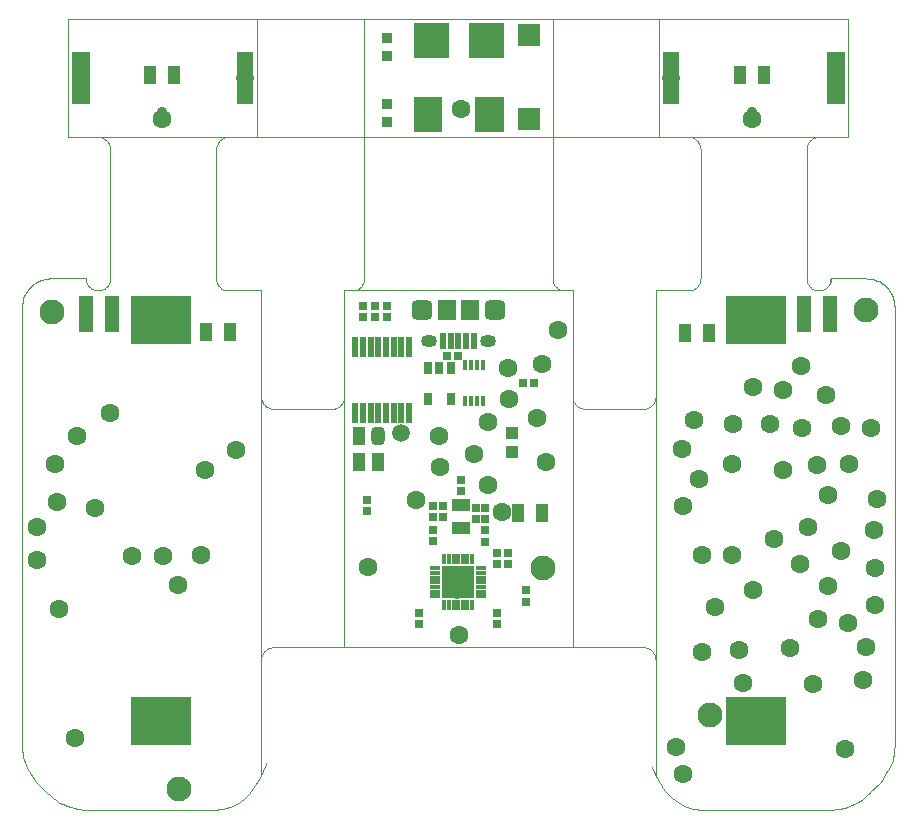
<source format=gbs>
%FSTAX23Y23*%
%MOIN*%
%SFA1B1*%

%IPPOS*%
%AMD203*
4,1,8,-0.017100,-0.032500,0.017100,-0.032500,0.034400,-0.015300,0.034400,0.015300,0.017100,0.032500,-0.017100,0.032500,-0.034400,0.015300,-0.034400,-0.015300,-0.017100,-0.032500,0.0*
1,1,0.034520,-0.017100,-0.015300*
1,1,0.034520,0.017100,-0.015300*
1,1,0.034520,0.017100,0.015300*
1,1,0.034520,-0.017100,0.015300*
%
%AMD220*
4,1,8,-0.009800,-0.029600,0.009800,-0.029600,0.021700,-0.017700,0.021700,0.017700,0.009800,0.029600,-0.009800,0.029600,-0.021700,0.017700,-0.021700,-0.017700,-0.009800,-0.029600,0.0*
1,1,0.023700,-0.009800,-0.017700*
1,1,0.023700,0.009800,-0.017700*
1,1,0.023700,0.009800,0.017700*
1,1,0.023700,-0.009800,0.017700*
%
%ADD19C,0.059060*%
%ADD90C,0.001000*%
%ADD91C,0.000500*%
%ADD148R,0.026850X0.028430*%
%ADD153C,0.063070*%
%ADD156R,0.043390X0.039450*%
%ADD157R,0.059130X0.041420*%
%ADD159R,0.028430X0.026850*%
%ADD161R,0.041420X0.059130*%
G04~CAMADD=203~8~0.0~0.0~687.8~650.4~172.6~0.0~15~0.0~0.0~0.0~0.0~0~0.0~0.0~0.0~0.0~0~0.0~0.0~0.0~180.0~688.0~650.0*
%ADD203D203*%
%ADD204O,0.053230X0.041420*%
%ADD205C,0.035560*%
%ADD206C,0.031580*%
%ADD207C,0.082760*%
%ADD208C,0.059020*%
%ADD209R,0.059000X0.176000*%
%ADD210R,0.056650X0.176000*%
%ADD211R,0.058350X0.176000*%
%ADD212R,0.058000X0.176000*%
%ADD213R,0.063070X0.065040*%
%ADD214R,0.019760X0.057170*%
%ADD215R,0.051260X0.122130*%
%ADD216R,0.200870X0.161500*%
%ADD217R,0.035510X0.035510*%
%ADD218R,0.074880X0.072910*%
%ADD219R,0.043390X0.059130*%
G04~CAMADD=220~8~0.0~0.0~433.9~591.3~118.5~0.0~15~0.0~0.0~0.0~0.0~0~0.0~0.0~0.0~0.0~0~0.0~0.0~0.0~180.0~435.0~592.0*
%ADD220D220*%
%ADD221R,0.013860X0.033540*%
%ADD222R,0.107950X0.107950*%
%ADD223R,0.011890X0.037480*%
%ADD224R,0.037480X0.011890*%
%ADD225R,0.019290X0.068500*%
%ADD226R,0.031580X0.043390*%
%LNpcb_flex_1-1*%
%LPD*%
G36*
X00141Y01257D02*
X00023D01*
Y01375*
X00141*
Y01257*
G37*
G36*
X-00042D02*
X-0016D01*
Y01375*
X-00042*
Y01257*
G37*
G36*
X00141Y0101D02*
X00043D01*
Y01128*
X00141*
Y0101*
G37*
G36*
X-00065D02*
X-0016D01*
Y01128*
X-00065*
Y0101*
G37*
G54D19*
X-00202Y00009D03*
G54D90*
X00303Y00523D02*
D01*
X00303Y0052*
X00303Y00517*
X00303Y00514*
X00304Y00511*
X00305Y00509*
X00306Y00506*
X00307Y00504*
X00309Y00501*
X0031Y00499*
X00312Y00497*
X00314Y00495*
X00316Y00493*
X00318Y00491*
X0032Y00489*
X00323Y00488*
X00325Y00487*
X00328Y00485*
X0033Y00484*
X00333Y00484*
X00336Y00483*
X00338Y00483*
X00341Y00483*
X00343Y00483*
X-00433Y00089D02*
D01*
X-0043Y00089*
X-00427Y00089*
X-00424Y00089*
X-00421Y0009*
X-00419Y00091*
X-00416Y00092*
X-00414Y00093*
X-00411Y00095*
X-00409Y00096*
X-00407Y00098*
X-00405Y001*
X-00403Y00102*
X-00401Y00104*
X-00399Y00106*
X-00398Y00109*
X-00397Y00111*
X-00395Y00114*
X-00394Y00116*
X-00394Y00119*
X-00393Y00122*
X-00393Y00124*
X-00393Y00127*
X-00393Y00129*
X-00366Y00483D02*
D01*
X-00363Y00483*
X-0036Y00483*
X-00357Y00483*
X-00354Y00484*
X-00352Y00485*
X-00349Y00486*
X-00347Y00487*
X-00344Y00489*
X-00342Y0049*
X-0034Y00492*
X-00338Y00494*
X-00336Y00496*
X-00334Y00498*
X-00332Y005*
X-00331Y00503*
X-0033Y00505*
X-00328Y00508*
X-00327Y0051*
X-00327Y00513*
X-00326Y00516*
X-00326Y00518*
X-00326Y00521*
X-00326Y00523*
X0037Y00129D02*
D01*
X0037Y00126*
X0037Y00123*
X0037Y0012*
X00371Y00117*
X00372Y00115*
X00373Y00112*
X00374Y0011*
X00376Y00107*
X00377Y00105*
X00379Y00103*
X00381Y00101*
X00383Y00099*
X00385Y00097*
X00387Y00095*
X0039Y00094*
X00392Y00093*
X00395Y00091*
X00397Y0009*
X004Y0009*
X00403Y00089*
X00405Y00089*
X00408Y00089*
X0041Y00089*
X0037Y00129D02*
D01*
X0037Y00126*
X0037Y00123*
X0037Y0012*
X00371Y00117*
X00372Y00115*
X00373Y00112*
X00374Y0011*
X00376Y00107*
X00377Y00105*
X00379Y00103*
X00381Y00101*
X00383Y00099*
X00385Y00097*
X00387Y00095*
X0039Y00094*
X00392Y00093*
X00395Y00091*
X00397Y0009*
X004Y0009*
X00403Y00089*
X00405Y00089*
X00408Y00089*
X0041Y00089*
X-00366Y00483D02*
D01*
X-00363Y00483*
X-0036Y00483*
X-00357Y00483*
X-00354Y00484*
X-00352Y00485*
X-00349Y00486*
X-00347Y00487*
X-00344Y00489*
X-00342Y0049*
X-0034Y00492*
X-00338Y00494*
X-00336Y00496*
X-00334Y00498*
X-00332Y005*
X-00331Y00503*
X-0033Y00505*
X-00328Y00508*
X-00327Y0051*
X-00327Y00513*
X-00326Y00516*
X-00326Y00518*
X-00326Y00521*
X-00326Y00523*
X-00433Y00089D02*
D01*
X-0043Y00089*
X-00427Y00089*
X-00424Y00089*
X-00421Y0009*
X-00419Y00091*
X-00416Y00092*
X-00414Y00093*
X-00411Y00095*
X-00409Y00096*
X-00407Y00098*
X-00405Y001*
X-00403Y00102*
X-00401Y00104*
X-00399Y00106*
X-00398Y00109*
X-00397Y00111*
X-00395Y00114*
X-00394Y00116*
X-00394Y00119*
X-00393Y00122*
X-00393Y00124*
X-00393Y00127*
X-00393Y00129*
X00303Y00523D02*
D01*
X00303Y0052*
X00303Y00517*
X00303Y00514*
X00304Y00511*
X00305Y00509*
X00306Y00506*
X00307Y00504*
X00309Y00501*
X0031Y00499*
X00312Y00497*
X00314Y00495*
X00316Y00493*
X00318Y00491*
X0032Y00489*
X00323Y00488*
X00325Y00487*
X00328Y00485*
X0033Y00484*
X00333Y00484*
X00336Y00483*
X00338Y00483*
X00341Y00483*
X00343Y00483*
X00633Y-01105D02*
D01*
X00641Y-01123*
X0065Y-01142*
X0066Y-01159*
X00672Y-01176*
X00672Y-01177*
X00679Y-01186D02*
D01*
X00686Y-01194*
X00694Y-01202*
X00702Y-0121*
X00711Y-01217*
X0072Y-01223*
X0073Y-01229*
X0074Y-01234*
X0075Y-01238*
X00761Y-01242*
X00771Y-01245*
X00782Y-01247*
X00793Y-01248*
X00805Y-01248*
X00806Y-01248*
X01248Y-01247D02*
D01*
X01261Y-01245*
X01274Y-01242*
X01286Y-01238*
X01299Y-01233*
X01311Y-01228*
X01322Y-01221*
X01333Y-01214*
X01344Y-01206*
X01354Y-01197*
X0136Y-01191*
X01419Y-0112D02*
D01*
X01424Y-01112*
X01429Y-01103*
X01433Y-01093*
X01436Y-01083*
X01439Y-01074*
X01441Y-01063*
X01442Y-01053*
X01442Y-01043*
X01443Y-0104*
X-00829Y-01249D02*
D01*
X-00818Y-01248*
X-00807Y-01247*
X-00796Y-01245*
X-00785Y-01242*
X-00774Y-01239*
X-00764Y-01235*
X-00754Y-0123*
X-00744Y-01224*
X-00735Y-01218*
X-00726Y-01211*
X-00718Y-01204*
X-0071Y-01196*
X-00703Y-01187*
X-00702Y-01186*
X-01383Y-01191D02*
D01*
X-01373Y-012*
X-01363Y-01209*
X-01352Y-01217*
X-01341Y-01224*
X-01329Y-0123*
X-01317Y-01235*
X-01304Y-0124*
X-01292Y-01243*
X-01279Y-01246*
X-01271Y-01247*
X-01466Y-0104D02*
D01*
X-01465Y-0105*
X-01464Y-01061*
X-01462Y-01071*
X-0146Y-01081*
X-01457Y-0109*
X-01453Y-011*
X-01448Y-01109*
X-01443Y-01118*
X-01442Y-0112*
X01443Y00429D02*
D01*
X01442Y00435*
X01442Y00442*
X0144Y00448*
X01439Y00454*
X01437Y00461*
X01434Y00467*
X01431Y00473*
X01428Y00478*
X01425Y00484*
X01421Y00489*
X01416Y00494*
X01411Y00498*
X01406Y00503*
X01401Y00506*
X01396Y0051*
X0139Y00513*
X01384Y00516*
X01378Y00518*
X01371Y0052*
X01365Y00521*
X01358Y00522*
X01352Y00522*
X01349Y00523*
X00756Y00483D02*
D01*
X00758Y00483*
X00761Y00483*
X00764Y00483*
X00767Y00484*
X00769Y00485*
X00772Y00486*
X00774Y00487*
X00777Y00489*
X00779Y0049*
X00781Y00492*
X00783Y00494*
X00785Y00496*
X00787Y00498*
X00789Y005*
X0079Y00503*
X00791Y00505*
X00793Y00508*
X00794Y0051*
X00794Y00513*
X00795Y00516*
X00795Y00518*
X00795Y00521*
X00796Y00523*
X0115D02*
D01*
X0115Y0052*
X0115Y00517*
X0115Y00514*
X01151Y00511*
X01152Y00509*
X01153Y00506*
X01154Y00504*
X01156Y00501*
X01157Y00499*
X01159Y00497*
X01161Y00495*
X01163Y00493*
X01165Y00491*
X01167Y00489*
X0117Y00488*
X01172Y00487*
X01175Y00485*
X01177Y00484*
X0118Y00484*
X01183Y00483*
X01185Y00483*
X01188Y00483*
X01191*
X01194Y00483*
X01196Y00483*
X01199Y00484*
X01202Y00484*
X01204Y00485*
X01207Y00487*
X0121Y00488*
X01212Y00489*
X01214Y00491*
X01216Y00493*
X01218Y00495*
X0122Y00497*
X01222Y00499*
X01223Y00501*
X01225Y00504*
X01226Y00506*
X01227Y00509*
X01228Y00511*
X01229Y00514*
X01229Y00517*
X01229Y0052*
X0123Y00523*
X-01253D02*
D01*
X-01252Y0052*
X-01252Y00517*
X-01252Y00514*
X-01251Y00511*
X-0125Y00509*
X-01249Y00506*
X-01248Y00504*
X-01246Y00501*
X-01245Y00499*
X-01243Y00497*
X-01241Y00495*
X-01239Y00493*
X-01237Y00491*
X-01235Y00489*
X-01233Y00488*
X-0123Y00487*
X-01227Y00485*
X-01225Y00484*
X-01222Y00484*
X-01219Y00483*
X-01217Y00483*
X-01214Y00483*
X-01211*
X-01208Y00483*
X-01206Y00483*
X-01203Y00484*
X-012Y00484*
X-01198Y00485*
X-01195Y00487*
X-01192Y00488*
X-0119Y00489*
X-01188Y00491*
X-01186Y00493*
X-01184Y00495*
X-01182Y00497*
X-0118Y00499*
X-01179Y00501*
X-01177Y00504*
X-01176Y00506*
X-01175Y00509*
X-01174Y00511*
X-01173Y00514*
X-01173Y00517*
X-01173Y0052*
X-01173Y00523*
X-01372D02*
D01*
X-01378Y00522*
X-01385Y00522*
X-01391Y0052*
X-01397Y00519*
X-01404Y00517*
X-0141Y00514*
X-01416Y00511*
X-01421Y00508*
X-01427Y00505*
X-01432Y00501*
X-01437Y00496*
X-01441Y00491*
X-01446Y00486*
X-01449Y00481*
X-01453Y00475*
X-01456Y0047*
X-01459Y00464*
X-01461Y00458*
X-01463Y00451*
X-01464Y00445*
X-01465Y00438*
X-01465Y00432*
X-01466Y00429*
X-00819Y00522D02*
D01*
X-00818Y00519*
X-00818Y00516*
X-00818Y00514*
X-00817Y00511*
X-00816Y00508*
X-00815Y00506*
X-00814Y00503*
X-00813Y00501*
X-00811Y00499*
X-00809Y00497*
X-00807Y00494*
X-00806Y00493*
X-00803Y00491*
X-00801Y00489*
X-00799Y00488*
X-00796Y00486*
X-00794Y00485*
X-00791Y00484*
X-00789Y00484*
X-00786Y00483*
X-00783Y00483*
X-00781Y00483*
X-00779Y00483*
X-00669Y00129D02*
D01*
X-00668Y00126*
X-00668Y00123*
X-00668Y0012*
X-00667Y00117*
X-00666Y00115*
X-00665Y00112*
X-00664Y0011*
X-00662Y00107*
X-00661Y00105*
X-00659Y00103*
X-00657Y00101*
X-00655Y00099*
X-00653Y00097*
X-00651Y00095*
X-00648Y00094*
X-00646Y00093*
X-00643Y00091*
X-00641Y0009*
X-00638Y0009*
X-00635Y00089*
X-00633Y00089*
X-0063Y00089*
X-00629Y00089*
X00606D02*
D01*
X00609Y00089*
X00612Y00089*
X00614Y00089*
X00617Y0009*
X0062Y00091*
X00622Y00092*
X00625Y00093*
X00627Y00094*
X00629Y00096*
X00631Y00098*
X00634Y001*
X00635Y00101*
X00637Y00104*
X00639Y00106*
X0064Y00108*
X00642Y00111*
X00643Y00113*
X00644Y00116*
X00644Y00118*
X00645Y00121*
X00645Y00124*
X00645Y00126*
X00646Y00128*
X00606Y00089D02*
D01*
X00609Y00089*
X00612Y00089*
X00614Y00089*
X00617Y0009*
X0062Y00091*
X00622Y00092*
X00625Y00093*
X00627Y00094*
X00629Y00096*
X00631Y00098*
X00634Y001*
X00635Y00101*
X00637Y00104*
X00639Y00106*
X0064Y00108*
X00642Y00111*
X00643Y00113*
X00644Y00116*
X00644Y00118*
X00645Y00121*
X00645Y00124*
X00645Y00126*
X00646Y00128*
X-00669Y00129D02*
D01*
X-00668Y00126*
X-00668Y00123*
X-00668Y0012*
X-00667Y00117*
X-00666Y00115*
X-00665Y00112*
X-00664Y0011*
X-00662Y00107*
X-00661Y00105*
X-00659Y00103*
X-00657Y00101*
X-00655Y00099*
X-00653Y00097*
X-00651Y00095*
X-00648Y00094*
X-00646Y00093*
X-00643Y00091*
X-00641Y0009*
X-00638Y0009*
X-00635Y00089*
X-00633Y00089*
X-0063Y00089*
X-00629Y00089*
X-00819Y00522D02*
D01*
X-00818Y00519*
X-00818Y00516*
X-00818Y00514*
X-00817Y00511*
X-00816Y00508*
X-00815Y00506*
X-00814Y00503*
X-00813Y00501*
X-00811Y00499*
X-00809Y00497*
X-00807Y00494*
X-00806Y00493*
X-00803Y00491*
X-00801Y00489*
X-00799Y00488*
X-00796Y00486*
X-00794Y00485*
X-00791Y00484*
X-00789Y00484*
X-00786Y00483*
X-00783Y00483*
X-00781Y00483*
X-00779Y00483*
X-01372Y00523D02*
D01*
X-01378Y00522*
X-01385Y00522*
X-01391Y0052*
X-01397Y00519*
X-01404Y00517*
X-0141Y00514*
X-01416Y00511*
X-01421Y00508*
X-01427Y00505*
X-01432Y00501*
X-01437Y00496*
X-01441Y00491*
X-01446Y00486*
X-01449Y00481*
X-01453Y00475*
X-01456Y0047*
X-01459Y00464*
X-01461Y00458*
X-01463Y00451*
X-01464Y00445*
X-01465Y00438*
X-01465Y00432*
X-01466Y00429*
X-01253Y00523D02*
D01*
X-01252Y0052*
X-01252Y00517*
X-01252Y00514*
X-01251Y00511*
X-0125Y00509*
X-01249Y00506*
X-01248Y00504*
X-01246Y00501*
X-01245Y00499*
X-01243Y00497*
X-01241Y00495*
X-01239Y00493*
X-01237Y00491*
X-01235Y00489*
X-01233Y00488*
X-0123Y00487*
X-01227Y00485*
X-01225Y00484*
X-01222Y00484*
X-01219Y00483*
X-01217Y00483*
X-01214Y00483*
X-01211*
X-01208Y00483*
X-01206Y00483*
X-01203Y00484*
X-012Y00484*
X-01198Y00485*
X-01195Y00487*
X-01192Y00488*
X-0119Y00489*
X-01188Y00491*
X-01186Y00493*
X-01184Y00495*
X-01182Y00497*
X-0118Y00499*
X-01179Y00501*
X-01177Y00504*
X-01176Y00506*
X-01175Y00509*
X-01174Y00511*
X-01173Y00514*
X-01173Y00517*
X-01173Y0052*
X-01173Y00523*
X0115D02*
D01*
X0115Y0052*
X0115Y00517*
X0115Y00514*
X01151Y00511*
X01152Y00509*
X01153Y00506*
X01154Y00504*
X01156Y00501*
X01157Y00499*
X01159Y00497*
X01161Y00495*
X01163Y00493*
X01165Y00491*
X01167Y00489*
X0117Y00488*
X01172Y00487*
X01175Y00485*
X01177Y00484*
X0118Y00484*
X01183Y00483*
X01185Y00483*
X01188Y00483*
X01191*
X01194Y00483*
X01196Y00483*
X01199Y00484*
X01202Y00484*
X01204Y00485*
X01207Y00487*
X0121Y00488*
X01212Y00489*
X01214Y00491*
X01216Y00493*
X01218Y00495*
X0122Y00497*
X01222Y00499*
X01223Y00501*
X01225Y00504*
X01226Y00506*
X01227Y00509*
X01228Y00511*
X01229Y00514*
X01229Y00517*
X01229Y0052*
X0123Y00523*
X00756Y00483D02*
D01*
X00758Y00483*
X00761Y00483*
X00764Y00483*
X00767Y00484*
X00769Y00485*
X00772Y00486*
X00774Y00487*
X00777Y00489*
X00779Y0049*
X00781Y00492*
X00783Y00494*
X00785Y00496*
X00787Y00498*
X00789Y005*
X0079Y00503*
X00791Y00505*
X00793Y00508*
X00794Y0051*
X00794Y00513*
X00795Y00516*
X00795Y00518*
X00795Y00521*
X00796Y00523*
X01443Y00429D02*
D01*
X01442Y00435*
X01442Y00442*
X0144Y00448*
X01439Y00454*
X01437Y00461*
X01434Y00467*
X01431Y00473*
X01428Y00478*
X01425Y00484*
X01421Y00489*
X01416Y00494*
X01411Y00498*
X01406Y00503*
X01401Y00506*
X01396Y0051*
X0139Y00513*
X01384Y00516*
X01378Y00518*
X01371Y0052*
X01365Y00521*
X01358Y00522*
X01352Y00522*
X01349Y00523*
X-01466Y-0104D02*
D01*
X-01465Y-0105*
X-01464Y-01061*
X-01462Y-01071*
X-0146Y-01081*
X-01457Y-0109*
X-01453Y-011*
X-01448Y-01109*
X-01443Y-01118*
X-01442Y-0112*
X-01383Y-01191D02*
D01*
X-01373Y-012*
X-01363Y-01209*
X-01352Y-01217*
X-01341Y-01224*
X-01329Y-0123*
X-01317Y-01235*
X-01304Y-0124*
X-01292Y-01243*
X-01279Y-01246*
X-01271Y-01247*
X-00829Y-01249D02*
D01*
X-00818Y-01248*
X-00807Y-01247*
X-00796Y-01245*
X-00785Y-01242*
X-00774Y-01239*
X-00764Y-01235*
X-00754Y-0123*
X-00744Y-01224*
X-00735Y-01218*
X-00726Y-01211*
X-00718Y-01204*
X-0071Y-01196*
X-00703Y-01187*
X-00702Y-01186*
X01419Y-0112D02*
D01*
X01424Y-01112*
X01429Y-01103*
X01433Y-01093*
X01436Y-01083*
X01439Y-01074*
X01441Y-01063*
X01442Y-01053*
X01442Y-01043*
X01443Y-0104*
X01248Y-01247D02*
D01*
X01261Y-01245*
X01274Y-01242*
X01286Y-01238*
X01299Y-01233*
X01311Y-01228*
X01322Y-01221*
X01333Y-01214*
X01344Y-01206*
X01354Y-01197*
X0136Y-01191*
X00679Y-01186D02*
D01*
X00686Y-01194*
X00694Y-01202*
X00702Y-0121*
X00711Y-01217*
X0072Y-01223*
X0073Y-01229*
X0074Y-01234*
X0075Y-01238*
X00761Y-01242*
X00771Y-01245*
X00782Y-01247*
X00793Y-01248*
X00805Y-01248*
X00806Y-01248*
X00633Y-01105D02*
D01*
X00641Y-01123*
X0065Y-01142*
X0066Y-01159*
X00672Y-01176*
X00672Y-01177*
X00303Y00523D02*
D01*
X00303Y0052*
X00303Y00517*
X00303Y00514*
X00304Y00511*
X00305Y00509*
X00306Y00506*
X00307Y00504*
X00309Y00501*
X0031Y00499*
X00312Y00497*
X00314Y00495*
X00316Y00493*
X00318Y00491*
X0032Y00489*
X00323Y00488*
X00325Y00487*
X00328Y00485*
X0033Y00484*
X00333Y00484*
X00336Y00483*
X00338Y00483*
X00341Y00483*
X00343Y00483*
X-00433Y00089D02*
D01*
X-0043Y00089*
X-00427Y00089*
X-00424Y00089*
X-00421Y0009*
X-00419Y00091*
X-00416Y00092*
X-00414Y00093*
X-00411Y00095*
X-00409Y00096*
X-00407Y00098*
X-00405Y001*
X-00403Y00102*
X-00401Y00104*
X-00399Y00106*
X-00398Y00109*
X-00397Y00111*
X-00395Y00114*
X-00394Y00116*
X-00394Y00119*
X-00393Y00122*
X-00393Y00124*
X-00393Y00127*
X-00393Y00129*
X-00366Y00483D02*
D01*
X-00363Y00483*
X-0036Y00483*
X-00357Y00483*
X-00354Y00484*
X-00352Y00485*
X-00349Y00486*
X-00347Y00487*
X-00344Y00489*
X-00342Y0049*
X-0034Y00492*
X-00338Y00494*
X-00336Y00496*
X-00334Y00498*
X-00332Y005*
X-00331Y00503*
X-0033Y00505*
X-00328Y00508*
X-00327Y0051*
X-00327Y00513*
X-00326Y00516*
X-00326Y00518*
X-00326Y00521*
X-00326Y00523*
X0037Y00129D02*
D01*
X0037Y00126*
X0037Y00123*
X0037Y0012*
X00371Y00117*
X00372Y00115*
X00373Y00112*
X00374Y0011*
X00376Y00107*
X00377Y00105*
X00379Y00103*
X00381Y00101*
X00383Y00099*
X00385Y00097*
X00387Y00095*
X0039Y00094*
X00392Y00093*
X00395Y00091*
X00397Y0009*
X004Y0009*
X00403Y00089*
X00405Y00089*
X00408Y00089*
X0041Y00089*
X0037Y00129D02*
D01*
X0037Y00126*
X0037Y00123*
X0037Y0012*
X00371Y00117*
X00372Y00115*
X00373Y00112*
X00374Y0011*
X00376Y00107*
X00377Y00105*
X00379Y00103*
X00381Y00101*
X00383Y00099*
X00385Y00097*
X00387Y00095*
X0039Y00094*
X00392Y00093*
X00395Y00091*
X00397Y0009*
X004Y0009*
X00403Y00089*
X00405Y00089*
X00408Y00089*
X0041Y00089*
X-00366Y00483D02*
D01*
X-00363Y00483*
X-0036Y00483*
X-00357Y00483*
X-00354Y00484*
X-00352Y00485*
X-00349Y00486*
X-00347Y00487*
X-00344Y00489*
X-00342Y0049*
X-0034Y00492*
X-00338Y00494*
X-00336Y00496*
X-00334Y00498*
X-00332Y005*
X-00331Y00503*
X-0033Y00505*
X-00328Y00508*
X-00327Y0051*
X-00327Y00513*
X-00326Y00516*
X-00326Y00518*
X-00326Y00521*
X-00326Y00523*
X-00433Y00089D02*
D01*
X-0043Y00089*
X-00427Y00089*
X-00424Y00089*
X-00421Y0009*
X-00419Y00091*
X-00416Y00092*
X-00414Y00093*
X-00411Y00095*
X-00409Y00096*
X-00407Y00098*
X-00405Y001*
X-00403Y00102*
X-00401Y00104*
X-00399Y00106*
X-00398Y00109*
X-00397Y00111*
X-00395Y00114*
X-00394Y00116*
X-00394Y00119*
X-00393Y00122*
X-00393Y00124*
X-00393Y00127*
X-00393Y00129*
X00303Y00523D02*
D01*
X00303Y0052*
X00303Y00517*
X00303Y00514*
X00304Y00511*
X00305Y00509*
X00306Y00506*
X00307Y00504*
X00309Y00501*
X0031Y00499*
X00312Y00497*
X00314Y00495*
X00316Y00493*
X00318Y00491*
X0032Y00489*
X00323Y00488*
X00325Y00487*
X00328Y00485*
X0033Y00484*
X00333Y00484*
X00336Y00483*
X00338Y00483*
X00341Y00483*
X00343Y00483*
X0119Y00995D02*
D01*
X01187Y00994*
X01184Y00994*
X01181Y00994*
X01178Y00993*
X01176Y00992*
X01173Y00991*
X01171Y0099*
X01168Y00988*
X01166Y00987*
X01164Y00985*
X01162Y00983*
X0116Y00981*
X01158Y00979*
X01156Y00977*
X01155Y00975*
X01154Y00972*
X01152Y00969*
X01151Y00967*
X01151Y00964*
X0115Y00961*
X0115Y00959*
X0115Y00956*
X0115Y00955*
X00796D02*
D01*
X00795Y00957*
X00795Y0096*
X00795Y00963*
X00794Y00966*
X00793Y00968*
X00792Y00971*
X00791Y00973*
X00789Y00976*
X00788Y00978*
X00786Y0098*
X00784Y00982*
X00782Y00984*
X0078Y00986*
X00778Y00988*
X00776Y00989*
X00773Y0099*
X0077Y00992*
X00768Y00993*
X00765Y00993*
X00762Y00994*
X0076Y00994*
X00757Y00994*
X00756Y00995*
X-00779D02*
D01*
X-00781Y00994*
X-00784Y00994*
X-00787Y00994*
X-0079Y00993*
X-00792Y00992*
X-00795Y00991*
X-00797Y0099*
X-008Y00988*
X-00802Y00987*
X-00804Y00985*
X-00806Y00983*
X-00808Y00981*
X-0081Y00979*
X-00812Y00977*
X-00813Y00975*
X-00814Y00972*
X-00816Y00969*
X-00817Y00967*
X-00817Y00964*
X-00818Y00961*
X-00818Y00959*
X-00818Y00956*
X-00819Y00955*
X-01173D02*
D01*
X-01173Y00957*
X-01173Y0096*
X-01173Y00963*
X-01174Y00966*
X-01175Y00968*
X-01176Y00971*
X-01177Y00973*
X-01179Y00976*
X-0118Y00978*
X-01182Y0098*
X-01184Y00982*
X-01186Y00984*
X-01188Y00986*
X-0119Y00988*
X-01193Y00989*
X-01195Y0099*
X-01198Y00992*
X-012Y00993*
X-01203Y00993*
X-01206Y00994*
X-01208Y00994*
X-01211Y00994*
X-01213Y00995*
X-01173Y00955D02*
D01*
X-01173Y00957*
X-01173Y0096*
X-01173Y00963*
X-01174Y00966*
X-01175Y00968*
X-01176Y00971*
X-01177Y00973*
X-01179Y00976*
X-0118Y00978*
X-01182Y0098*
X-01184Y00982*
X-01186Y00984*
X-01188Y00986*
X-0119Y00988*
X-01193Y00989*
X-01195Y0099*
X-01198Y00992*
X-012Y00993*
X-01203Y00993*
X-01206Y00994*
X-01208Y00994*
X-01211Y00994*
X-01213Y00995*
X-00779D02*
D01*
X-00781Y00994*
X-00784Y00994*
X-00787Y00994*
X-0079Y00993*
X-00792Y00992*
X-00795Y00991*
X-00797Y0099*
X-008Y00988*
X-00802Y00987*
X-00804Y00985*
X-00806Y00983*
X-00808Y00981*
X-0081Y00979*
X-00812Y00977*
X-00813Y00975*
X-00814Y00972*
X-00816Y00969*
X-00817Y00967*
X-00817Y00964*
X-00818Y00961*
X-00818Y00959*
X-00818Y00956*
X-00819Y00955*
X00796D02*
D01*
X00795Y00957*
X00795Y0096*
X00795Y00963*
X00794Y00966*
X00793Y00968*
X00792Y00971*
X00791Y00973*
X00789Y00976*
X00788Y00978*
X00786Y0098*
X00784Y00982*
X00782Y00984*
X0078Y00986*
X00778Y00988*
X00776Y00989*
X00773Y0099*
X0077Y00992*
X00768Y00993*
X00765Y00993*
X00762Y00994*
X0076Y00994*
X00757Y00994*
X00756Y00995*
X0119D02*
D01*
X01187Y00994*
X01184Y00994*
X01181Y00994*
X01178Y00993*
X01176Y00992*
X01173Y00991*
X01171Y0099*
X01168Y00988*
X01166Y00987*
X01164Y00985*
X01162Y00983*
X0116Y00981*
X01158Y00979*
X01156Y00977*
X01155Y00975*
X01154Y00972*
X01152Y00969*
X01151Y00967*
X01151Y00964*
X0115Y00961*
X0115Y00959*
X0115Y00956*
X0115Y00955*
X-00702Y-01186D02*
D01*
X-00688Y-01164*
X-00674Y-01142*
X-00663Y-01118*
X-00653Y-01094*
X-00652Y-01093*
X-00393Y-00707D02*
X0037D01*
X-00393Y00483D02*
X0037D01*
X00343D02*
X0037D01*
X-00393Y-00707D02*
Y00483D01*
X0037Y-00707D02*
Y00483D01*
X00343D02*
X0037D01*
X-00393D02*
X0037D01*
X00672Y-01177D02*
X00679Y-01186D01*
X00806Y-01249D02*
X01238D01*
X01248Y-01247*
X01396Y-01154D02*
X01396Y-01154D01*
X01419Y-0112*
X01359Y-01192D02*
X01396Y-01154D01*
X-00326Y00523D02*
Y01068D01*
X-00819Y00522D02*
Y00955D01*
X-01173Y00523D02*
Y00955D01*
X-00702Y-01186D02*
D01*
X-01261Y-01249D02*
X-00829D01*
X-01271Y-01247D02*
X-01261Y-01249D01*
X-01419Y-01154D02*
X-01419Y-01154D01*
X-01442Y-0112D02*
X-01419Y-01154D01*
X-01419Y-01154D02*
X-01382Y-01192D01*
X01443Y-0104D02*
Y00429D01*
X0115Y00523D02*
Y00955D01*
X01288Y00995D02*
Y01387D01*
X00658D02*
X01288D01*
X00658Y00995D02*
Y01387D01*
X00796Y00523D02*
Y00955D01*
X-00681Y00995D02*
Y0119D01*
X00303Y00523D02*
Y01387D01*
X-01311D02*
X-00681D01*
X-01311Y00995D02*
Y0119D01*
X-01372Y00523D02*
X-01253D01*
X-01466Y-0104D02*
Y00429D01*
X-00779Y00483D02*
X-00669D01*
X0123Y00523D02*
X01349D01*
X0123Y00511D02*
Y00523D01*
X-00669Y-01133D02*
Y00483D01*
X00646Y-00747D02*
Y00483D01*
X0041Y00089D02*
X00606D01*
X-00629D02*
X-00429D01*
X00646Y00483D02*
X00756D01*
X-00326Y01387D02*
X00303D01*
X-00326Y01068D02*
Y01387D01*
X01288Y00995D02*
Y01387D01*
X00658D02*
X01288D01*
X00658Y00995D02*
Y01387D01*
Y00995D02*
Y01387D01*
X01288*
Y00995D02*
Y01387D01*
X-00326Y01387D02*
X00303D01*
X00646Y00483D02*
X00756D01*
X-00629Y00089D02*
X-00429D01*
X0041D02*
X00606D01*
X00646Y-00747D02*
Y00483D01*
X-00669Y-01133D02*
Y00483D01*
X0123Y00511D02*
Y00523D01*
X01349*
X-00779Y00483D02*
X-00669D01*
X-01466Y-0104D02*
Y00429D01*
X-01372Y00523D02*
X-01253D01*
X-01311Y00995D02*
Y01387D01*
X00303Y00523D02*
Y01387D01*
X-00681Y00995D02*
Y01387D01*
X00796Y00523D02*
Y00955D01*
X00658Y00995D02*
Y01387D01*
X01288*
Y00995D02*
Y01387D01*
X0115Y00523D02*
Y00955D01*
X01443Y-0104D02*
Y00429D01*
X-01419Y-01154D02*
X-01382Y-01192D01*
X-01442Y-0112D02*
X-01419Y-01154D01*
X-01419Y-01154*
X-01271Y-01247D02*
X-01261Y-01249D01*
X-00829*
X-00702Y-01186D02*
X-00695Y-01177D01*
X-01173Y00523D02*
Y00955D01*
X-00819Y00522D02*
Y00955D01*
X-00326Y00523D02*
Y01068D01*
X01359Y-01192D02*
X01396Y-01154D01*
X01396Y-01154D02*
X01419Y-0112D01*
X01396Y-01154D02*
X01396Y-01154D01*
X01238Y-01249D02*
X01248Y-01247D01*
X00806Y-01249D02*
X01238D01*
X00672Y-01177D02*
X00679Y-01186D01*
X-00393Y00483D02*
X0037D01*
X00343D02*
X0037D01*
Y-00707D02*
Y00483D01*
X-00393Y-00707D02*
Y00483D01*
X00343D02*
X0037D01*
X-00393D02*
X0037D01*
X-00393Y-00707D02*
X0037D01*
X-00779Y00995D02*
X-00681D01*
X-01311D02*
X-01213D01*
X0119D02*
X01288D01*
Y01006D02*
Y01387D01*
X00658Y00995D02*
Y01387D01*
X00658Y00995D02*
X00756D01*
X-00681D02*
Y01387D01*
X-01311Y00995D02*
Y01387D01*
Y00995D02*
X01288D01*
X-01311Y01387D02*
X01288D01*
X0119Y00995D02*
X01288D01*
X00658D02*
X00756D01*
X01288D02*
Y01387D01*
X00658Y01006D02*
Y01387D01*
Y01006D02*
Y01387D01*
X01288Y01006D02*
Y01387D01*
X00658Y00995D02*
X00756D01*
X0119D02*
X01288D01*
X-01311Y01006D02*
Y01387D01*
X-00681Y01006D02*
Y01387D01*
X00658Y00995D02*
X00756D01*
X00658Y01006D02*
Y01387D01*
X01288Y01006D02*
Y01387D01*
X0119Y00995D02*
X01288D01*
X-01311D02*
X-01213D01*
X-00779D02*
X-00681D01*
G54D91*
X-00629Y-00707D02*
D01*
X-00631Y-00707*
X-00634Y-00707*
X-00637Y-00708*
X-0064Y-00708*
X-00642Y-00709*
X-00645Y-0071*
X-00647Y-00711*
X-0065Y-00713*
X-00652Y-00714*
X-00654Y-00716*
X-00656Y-00718*
X-00658Y-0072*
X-0066Y-00722*
X-00662Y-00724*
X-00663Y-00727*
X-00664Y-00729*
X-00666Y-00732*
X-00667Y-00734*
X-00667Y-00737*
X-00668Y-0074*
X-00668Y-00743*
X-00668Y-00745*
X-00669Y-00747*
X00646Y-00747D02*
D01*
X00645Y-00744*
X00645Y-00741*
X00645Y-00738*
X00644Y-00735*
X00643Y-00733*
X00642Y-0073*
X00641Y-00728*
X00639Y-00725*
X00638Y-00723*
X00636Y-00721*
X00634Y-00719*
X00632Y-00717*
X0063Y-00715*
X00628Y-00713*
X00626Y-00712*
X00623Y-00711*
X0062Y-00709*
X00618Y-00708*
X00615Y-00708*
X00612Y-00707*
X0061Y-00707*
X00607Y-00707*
X00606Y-00707*
X00646Y-00747D02*
D01*
X00645Y-00744*
X00645Y-00741*
X00645Y-00738*
X00644Y-00735*
X00643Y-00733*
X00642Y-0073*
X00641Y-00728*
X00639Y-00725*
X00638Y-00723*
X00636Y-00721*
X00634Y-00719*
X00632Y-00717*
X0063Y-00715*
X00628Y-00713*
X00626Y-00712*
X00623Y-00711*
X0062Y-00709*
X00618Y-00708*
X00615Y-00708*
X00612Y-00707*
X0061Y-00707*
X00607Y-00707*
X00606Y-00707*
X-00629Y-00707D02*
D01*
X-00631Y-00707*
X-00634Y-00707*
X-00637Y-00708*
X-0064Y-00708*
X-00642Y-00709*
X-00645Y-0071*
X-00647Y-00711*
X-0065Y-00713*
X-00652Y-00714*
X-00654Y-00716*
X-00656Y-00718*
X-00658Y-0072*
X-0066Y-00722*
X-00662Y-00724*
X-00663Y-00727*
X-00664Y-00729*
X-00666Y-00732*
X-00667Y-00734*
X-00667Y-00737*
X-00668Y-0074*
X-00668Y-00743*
X-00668Y-00745*
X-00669Y-00747*
X00646Y-01133D02*
Y-00747D01*
X-0063Y-00707D02*
X-00393D01*
X0037D02*
X00607D01*
X0037D02*
X00607D01*
X-0063D02*
X-00393D01*
X00646Y-01133D02*
Y-00747D01*
G54D148*
X-0005Y00264D03*
X-00013D03*
X00204Y00175D03*
X00241D03*
G54D153*
X-00753Y-0005D03*
X-00857Y-00114D03*
X-00868Y-00399D03*
X-00009Y-00666D03*
X-00075Y-00003D03*
X-00996Y-00401D03*
X-01099D03*
X-01417Y-00416D03*
Y-00304D03*
X0104Y-00345D03*
X01221Y-00502D03*
X01349Y-00705D03*
X01289Y-00624D03*
X01185Y-001D03*
X01338Y-00814D03*
X00901Y-00097D03*
X008Y-00723D03*
X01186Y-00613D03*
X01378Y-00566D03*
X01221Y-00199D03*
X01155Y-00307D03*
X01365Y00024D03*
X01263Y0003D03*
X00904Y00039D03*
X01133Y00025D03*
X01171Y-00828D03*
X01276Y-01047D03*
X-01288Y-01008D03*
X-01282Y-00002D03*
X-01356Y-00097D03*
X-01221Y-00242D03*
X00714Y-0104D03*
X-01349Y-00223D03*
X-01174Y00075D03*
X-00946Y-005D03*
X00937Y-00826D03*
X00735Y-00045D03*
X00739Y-01128D03*
X-01344Y-0058D03*
X00844Y-00573D03*
X00775Y0005D03*
X01375Y-00317D03*
X01384Y-00211D03*
X01291Y-00096D03*
X01377Y-00443D03*
X00791Y-00147D03*
X01129Y-00429D03*
X01263Y-00384D03*
X01072Y00151D03*
X00972Y0016D03*
X01131Y00231D03*
X01027Y00037D03*
X00739Y-00236D03*
X01215Y00135D03*
X0107Y-00116D03*
X-01Y01053D03*
X-00001Y01089D03*
X00969Y01053D03*
X008Y-004D03*
X00925Y-00717D03*
X00972Y-00517D03*
X00902Y-004D03*
X01093Y-00708D03*
X00087Y-00164D03*
X-00072Y-00107D03*
X0032Y00352D03*
X00281Y-00089D03*
X00157Y00121D03*
X00251Y00059D03*
X00266Y00237D03*
X-00153Y-00215D03*
X00134Y-00256D03*
X0004Y-00061D03*
X00086Y00044D03*
X00155Y00225D03*
X-00313Y-00438D03*
G54D156*
X00166Y00007D03*
Y-00055D03*
G54D157*
X-00002Y-00231D03*
Y-0031D03*
G54D159*
X-00142Y-00629D03*
Y-00592D03*
X00118D03*
Y-00629D03*
X-00096Y-00272D03*
Y-00235D03*
X-00064Y-00272D03*
Y-00235D03*
X00078Y-00242D03*
Y-00279D03*
X00046Y-00242D03*
Y-00279D03*
X00078Y-00317D03*
Y-00354D03*
X-00095Y-00351D03*
Y-00314D03*
X00117Y-00429D03*
Y-00392D03*
X00153Y-00429D03*
Y-00392D03*
X-00001Y-00148D03*
Y-00185D03*
X00215Y-00517D03*
Y-00554D03*
X-00316Y-00252D03*
Y-00215D03*
X-0025Y00394D03*
Y00431D03*
X-00289Y00394D03*
Y00431D03*
X-00328D03*
Y00394D03*
G54D161*
X01008Y012D03*
X00929D03*
X-00772Y00346D03*
X-00851D03*
X00745Y00342D03*
X00823D03*
X-0096Y012D03*
X-01039D03*
X00189Y-0026D03*
X00268D03*
G54D203*
X00111Y00419D03*
X-00133D03*
G54D204*
X-00109Y00313D03*
X00087D03*
G54D205*
X-01Y01078D03*
X-00001Y01089D03*
X-00015Y-00528D03*
X00969Y01078D03*
G54D206*
X01002Y-0095D03*
X00898Y00333D03*
X009Y-009D03*
Y-0095D03*
X0095D03*
X0105D03*
X-00925Y0041D03*
X-01075D03*
X-0104Y-0091D03*
X-00924Y00374D03*
X-01074D03*
G54D207*
X00828Y-00931D03*
X-01367Y0041D03*
X01347Y00419D03*
X-00944Y-0118D03*
X00272Y-00441D03*
G54D208*
X-00125Y01075D03*
X00105D03*
X-00125Y01315D03*
X00105D03*
X-0127Y01192D03*
X-00721Y01192D03*
X01248D03*
X00699Y01192D03*
G54D209*
X-0127Y01192D03*
G54D210*
X00697Y01192D03*
G54D211*
X01248Y01192D03*
G54D212*
X-00721Y01192D03*
G54D213*
X00028Y00419D03*
X-0005D03*
G54D214*
X0004Y00314D03*
X00014D03*
X-00011D03*
X-00036D03*
X-00062D03*
G54D215*
X01228Y00405D03*
X01141D03*
X-01166D03*
X-01253D03*
G54D216*
X-01002Y-00953D03*
Y00385D03*
X00981Y-00952D03*
Y00386D03*
G54D217*
X-0025Y01046D03*
Y01105D03*
Y01324D03*
Y01265D03*
G54D218*
X00225Y01054D03*
Y01335D03*
G54D219*
X-00341Y-00001D03*
X-00278Y-00088D03*
X-00341D03*
G54D220*
X-00278Y-00001D03*
G54D221*
X00012Y00236D03*
X00032D03*
X00051D03*
X00071D03*
X00012Y00113D03*
X00032D03*
X00051D03*
X00071D03*
G54D222*
X-00012Y-0049D03*
G54D223*
X00035Y-00412D03*
X00019D03*
X00003D03*
X-00012D03*
X-00027D03*
X-00043D03*
X-00059D03*
Y-00567D03*
X-00043D03*
X-00027D03*
X-00012D03*
X00003D03*
X00019D03*
X00035D03*
G54D224*
X-00089Y-00442D03*
Y-00458D03*
Y-00474D03*
Y-0049D03*
Y-00505D03*
Y-00521D03*
Y-00537D03*
X00065D03*
Y-00521D03*
Y-00505D03*
Y-0049D03*
Y-00474D03*
Y-00458D03*
Y-00442D03*
G54D225*
X-00176Y00074D03*
X-00202D03*
X-00227D03*
X-00253D03*
X-00278D03*
X-00304D03*
X-00329D03*
X-00355D03*
X-00176Y00295D03*
X-00202D03*
X-00227D03*
X-00253D03*
X-00278D03*
X-00304D03*
X-00329D03*
X-00355D03*
G54D226*
X-00112Y0012D03*
X-00037D03*
Y00223D03*
X-00075D03*
X-00112D03*
M02*
</source>
